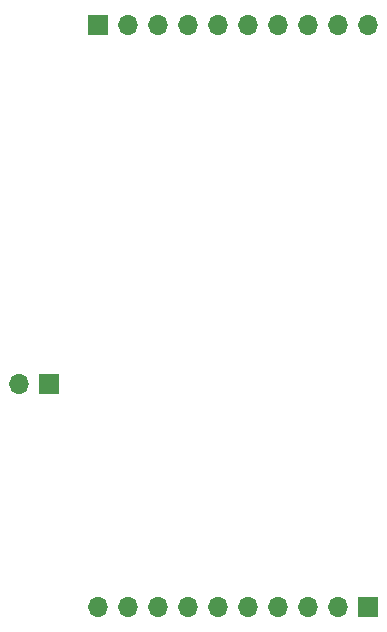
<source format=gbs>
G04 #@! TF.GenerationSoftware,KiCad,Pcbnew,(6.0.5-0)*
G04 #@! TF.CreationDate,2022-08-24T15:35:39+09:00*
G04 #@! TF.ProjectId,photo-single,70686f74-6f2d-4736-996e-676c652e6b69,rev?*
G04 #@! TF.SameCoordinates,Original*
G04 #@! TF.FileFunction,Soldermask,Bot*
G04 #@! TF.FilePolarity,Negative*
%FSLAX46Y46*%
G04 Gerber Fmt 4.6, Leading zero omitted, Abs format (unit mm)*
G04 Created by KiCad (PCBNEW (6.0.5-0)) date 2022-08-24 15:35:39*
%MOMM*%
%LPD*%
G01*
G04 APERTURE LIST*
%ADD10R,1.700000X1.700000*%
%ADD11O,1.700000X1.700000*%
G04 APERTURE END LIST*
D10*
X176789994Y-105780002D03*
D11*
X174249994Y-105780002D03*
D10*
X180905000Y-75372000D03*
D11*
X183445000Y-75372000D03*
X185985000Y-75372000D03*
X188525000Y-75372000D03*
X191065000Y-75372000D03*
X193605000Y-75372000D03*
X196145000Y-75372000D03*
X198685000Y-75372000D03*
X201225000Y-75372000D03*
X203765000Y-75372000D03*
D10*
X203765000Y-124628000D03*
D11*
X201225000Y-124628000D03*
X198685000Y-124628000D03*
X196145000Y-124628000D03*
X193605000Y-124628000D03*
X191065000Y-124628000D03*
X188525000Y-124628000D03*
X185985000Y-124628000D03*
X183445000Y-124628000D03*
X180905000Y-124628000D03*
M02*

</source>
